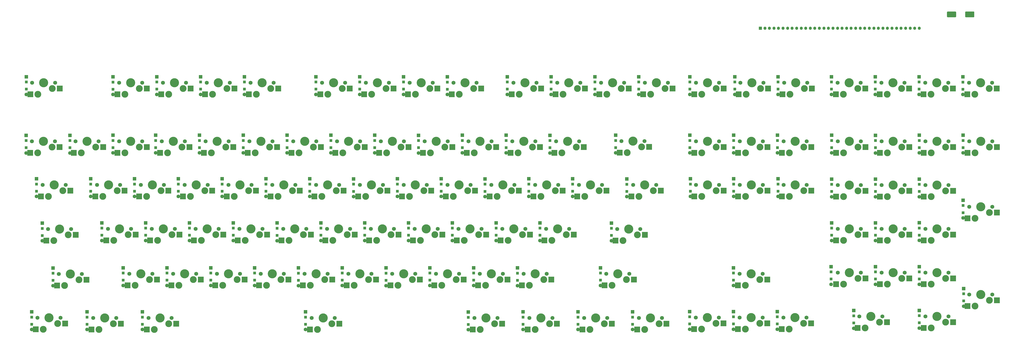
<source format=gbr>
%TF.GenerationSoftware,KiCad,Pcbnew,(5.1.9)-1*%
%TF.CreationDate,2021-06-08T21:52:20+10:00*%
%TF.ProjectId,RedPyKeeb_mainboard,52656450-794b-4656-9562-5f6d61696e62,rev?*%
%TF.SameCoordinates,Original*%
%TF.FileFunction,Soldermask,Bot*%
%TF.FilePolarity,Negative*%
%FSLAX46Y46*%
G04 Gerber Fmt 4.6, Leading zero omitted, Abs format (unit mm)*
G04 Created by KiCad (PCBNEW (5.1.9)-1) date 2021-06-08 21:52:20*
%MOMM*%
%LPD*%
G01*
G04 APERTURE LIST*
%ADD10R,2.550000X2.500000*%
%ADD11C,1.750000*%
%ADD12C,4.000000*%
%ADD13C,3.000000*%
%ADD14O,1.350000X1.350000*%
%ADD15R,1.350000X1.350000*%
%ADD16C,1.600000*%
%ADD17R,1.600000X1.600000*%
%ADD18R,1.200000X1.200000*%
G04 APERTURE END LIST*
D10*
%TO.C,K7\u002C0*%
X186750960Y-60617100D03*
X199677960Y-58077100D03*
D11*
X187512960Y-55537100D03*
X197672960Y-55537100D03*
D12*
X192592960Y-55537100D03*
D13*
X190052960Y-60617100D03*
X196402960Y-58077100D03*
%TD*%
D14*
%TO.C,J1*%
X412036400Y-31445200D03*
X410036400Y-31445200D03*
X408036400Y-31445200D03*
X406036400Y-31445200D03*
X404036400Y-31445200D03*
X402036400Y-31445200D03*
X400036400Y-31445200D03*
X398036400Y-31445200D03*
X396036400Y-31445200D03*
X394036400Y-31445200D03*
X392036400Y-31445200D03*
X390036400Y-31445200D03*
X388036400Y-31445200D03*
X386036400Y-31445200D03*
X384036400Y-31445200D03*
X382036400Y-31445200D03*
X380036400Y-31445200D03*
X378036400Y-31445200D03*
X376036400Y-31445200D03*
X374036400Y-31445200D03*
X372036400Y-31445200D03*
X370036400Y-31445200D03*
X368036400Y-31445200D03*
X366036400Y-31445200D03*
X364036400Y-31445200D03*
X362036400Y-31445200D03*
X360036400Y-31445200D03*
X358036400Y-31445200D03*
X356036400Y-31445200D03*
X354036400Y-31445200D03*
X352036400Y-31445200D03*
X350036400Y-31445200D03*
X348036400Y-31445200D03*
X346036400Y-31445200D03*
X344036400Y-31445200D03*
D15*
X342036400Y-31445200D03*
%TD*%
D10*
%TO.C,K12\u002C3*%
X278206200Y-125082300D03*
X291133200Y-122542300D03*
D11*
X278968200Y-120002300D03*
X289128200Y-120002300D03*
D12*
X284048200Y-120002300D03*
D13*
X281508200Y-125082300D03*
X287858200Y-122542300D03*
%TD*%
D10*
%TO.C,K16\u002C1*%
X351510600Y-86398100D03*
X364437600Y-83858100D03*
D11*
X352272600Y-81318100D03*
X362432600Y-81318100D03*
D12*
X357352600Y-81318100D03*
D13*
X354812600Y-86398100D03*
X361162600Y-83858100D03*
%TD*%
D10*
%TO.C,K14\u002C1*%
X312902600Y-86398100D03*
X325829600Y-83858100D03*
D11*
X313664600Y-81318100D03*
X323824600Y-81318100D03*
D12*
X318744600Y-81318100D03*
D13*
X316204600Y-86398100D03*
X322554600Y-83858100D03*
%TD*%
D10*
%TO.C,K3\u002C2*%
X87579200Y-105638600D03*
X100506200Y-103098600D03*
D11*
X88341200Y-100558600D03*
X98501200Y-100558600D03*
D12*
X93421200Y-100558600D03*
D13*
X90881200Y-105638600D03*
X97231200Y-103098600D03*
%TD*%
D10*
%TO.C,K8\u002C0*%
X206054960Y-60617100D03*
X218981960Y-58077100D03*
D11*
X206816960Y-55537100D03*
X216976960Y-55537100D03*
D12*
X211896960Y-55537100D03*
D13*
X209356960Y-60617100D03*
X215706960Y-58077100D03*
%TD*%
D10*
%TO.C,K0\u002C2*%
X25031700Y-105613200D03*
X37958700Y-103073200D03*
D11*
X25793700Y-100533200D03*
X35953700Y-100533200D03*
D12*
X30873700Y-100533200D03*
D13*
X28333700Y-105613200D03*
X34683700Y-103073200D03*
%TD*%
D10*
%TO.C,K18\u002C4*%
X413994600Y-125006100D03*
X426921600Y-122466100D03*
D11*
X414756600Y-119926100D03*
X424916600Y-119926100D03*
D12*
X419836600Y-119926100D03*
D13*
X417296600Y-125006100D03*
X423646600Y-122466100D03*
%TD*%
D10*
%TO.C,K10\u002C3*%
X227596700Y-125069600D03*
X240523700Y-122529600D03*
D11*
X228358700Y-119989600D03*
X238518700Y-119989600D03*
D12*
X233438700Y-119989600D03*
D13*
X230898700Y-125069600D03*
X237248700Y-122529600D03*
%TD*%
D10*
%TO.C,K13\u002C1*%
X280047700Y-86347300D03*
X292974700Y-83807300D03*
D11*
X280809700Y-81267300D03*
X290969700Y-81267300D03*
D12*
X285889700Y-81267300D03*
D13*
X283349700Y-86347300D03*
X289699700Y-83807300D03*
%TD*%
D10*
%TO.C,K19\u002C4*%
X433298600Y-115290600D03*
X446225600Y-112750600D03*
D11*
X434060600Y-110210600D03*
X444220600Y-110210600D03*
D12*
X439140600Y-110210600D03*
D13*
X436600600Y-115290600D03*
X442950600Y-112750600D03*
%TD*%
D10*
%TO.C,K11\u002C4*%
X273380200Y-144830800D03*
X286307200Y-142290800D03*
D11*
X274142200Y-139750800D03*
X284302200Y-139750800D03*
D12*
X279222200Y-139750800D03*
D13*
X276682200Y-144830800D03*
X283032200Y-142290800D03*
%TD*%
%TO.C,C6*%
G36*
G01*
X432288700Y-26374600D02*
X432288700Y-24374600D01*
G75*
G02*
X432538700Y-24124600I250000J0D01*
G01*
X436038700Y-24124600D01*
G75*
G02*
X436288700Y-24374600I0J-250000D01*
G01*
X436288700Y-26374600D01*
G75*
G02*
X436038700Y-26624600I-250000J0D01*
G01*
X432538700Y-26624600D01*
G75*
G02*
X432288700Y-26374600I0J250000D01*
G01*
G37*
G36*
G01*
X424288700Y-26374600D02*
X424288700Y-24374600D01*
G75*
G02*
X424538700Y-24124600I250000J0D01*
G01*
X428038700Y-24124600D01*
G75*
G02*
X428288700Y-24374600I0J-250000D01*
G01*
X428288700Y-26374600D01*
G75*
G02*
X428038700Y-26624600I-250000J0D01*
G01*
X424538700Y-26624600D01*
G75*
G02*
X424288700Y-26374600I0J250000D01*
G01*
G37*
%TD*%
D16*
%TO.C,D0\u002C3*%
X25603200Y-125235800D03*
D17*
X25603200Y-117435800D03*
D18*
X25603200Y-119760800D03*
X25603200Y-122910800D03*
%TD*%
D16*
%TO.C,D0\u002C5*%
X20967700Y-164351800D03*
D17*
X20967700Y-156551800D03*
D18*
X20967700Y-158876800D03*
X20967700Y-162026800D03*
%TD*%
D16*
%TO.C,D0\u002C4*%
X30365700Y-144984300D03*
D17*
X30365700Y-137184300D03*
D18*
X30365700Y-139509300D03*
X30365700Y-142659300D03*
%TD*%
D16*
%TO.C,D0\u002C0*%
X18618200Y-60656300D03*
D17*
X18618200Y-52856300D03*
D18*
X18618200Y-55181300D03*
X18618200Y-58331300D03*
%TD*%
D16*
%TO.C,D0\u002C2*%
X23063200Y-105677800D03*
D17*
X23063200Y-97877800D03*
D18*
X23063200Y-100202800D03*
X23063200Y-103352800D03*
%TD*%
D16*
%TO.C,D0\u002C1*%
X18554700Y-86500800D03*
D17*
X18554700Y-78700800D03*
D18*
X18554700Y-81025800D03*
X18554700Y-84175800D03*
%TD*%
D16*
%TO.C,D1\u002C3*%
X51892200Y-125108800D03*
D17*
X51892200Y-117308800D03*
D18*
X51892200Y-119633800D03*
X51892200Y-122783800D03*
%TD*%
D16*
%TO.C,D1\u002C0*%
X56766460Y-60707100D03*
D17*
X56766460Y-52907100D03*
D18*
X56766460Y-55232100D03*
X56766460Y-58382100D03*
%TD*%
D16*
%TO.C,D1\u002C4*%
X61290200Y-144920800D03*
D17*
X61290200Y-137120800D03*
D18*
X61290200Y-139445800D03*
X61290200Y-142595800D03*
%TD*%
D16*
%TO.C,D1\u002C5*%
X45351700Y-164351800D03*
D17*
X45351700Y-156551800D03*
D18*
X45351700Y-158876800D03*
X45351700Y-162026800D03*
%TD*%
D16*
%TO.C,D1\u002C1*%
X37858700Y-86500800D03*
D17*
X37858700Y-78700800D03*
D18*
X37858700Y-81025800D03*
X37858700Y-84175800D03*
%TD*%
D16*
%TO.C,D1\u002C2*%
X47002700Y-105677800D03*
D17*
X47002700Y-97877800D03*
D18*
X47002700Y-100202800D03*
X47002700Y-103352800D03*
%TD*%
D16*
%TO.C,D2\u002C4*%
X80594200Y-144920800D03*
D17*
X80594200Y-137120800D03*
D18*
X80594200Y-139445800D03*
X80594200Y-142595800D03*
%TD*%
D16*
%TO.C,D2\u002C5*%
X69735700Y-164351800D03*
D17*
X69735700Y-156551800D03*
D18*
X69735700Y-158876800D03*
X69735700Y-162026800D03*
%TD*%
D16*
%TO.C,D2\u002C0*%
X76070460Y-60656300D03*
D17*
X76070460Y-52856300D03*
D18*
X76070460Y-55181300D03*
X76070460Y-58331300D03*
%TD*%
D16*
%TO.C,D2\u002C2*%
X66306700Y-105677800D03*
D17*
X66306700Y-97877800D03*
D18*
X66306700Y-100202800D03*
X66306700Y-103352800D03*
%TD*%
D16*
%TO.C,D2\u002C1*%
X56781700Y-86437300D03*
D17*
X56781700Y-78637300D03*
D18*
X56781700Y-80962300D03*
X56781700Y-84112300D03*
%TD*%
D16*
%TO.C,D2\u002C3*%
X71196200Y-125108800D03*
D17*
X71196200Y-117308800D03*
D18*
X71196200Y-119633800D03*
X71196200Y-122783800D03*
%TD*%
D16*
%TO.C,D3\u002C0*%
X95374460Y-60656300D03*
D17*
X95374460Y-52856300D03*
D18*
X95374460Y-55181300D03*
X95374460Y-58331300D03*
%TD*%
D16*
%TO.C,D3\u002C1*%
X75577700Y-86437300D03*
D17*
X75577700Y-78637300D03*
D18*
X75577700Y-80962300D03*
X75577700Y-84112300D03*
%TD*%
D16*
%TO.C,D3\u002C4*%
X99898200Y-144920800D03*
D17*
X99898200Y-137120800D03*
D18*
X99898200Y-139445800D03*
X99898200Y-142595800D03*
%TD*%
D16*
%TO.C,D3\u002C2*%
X85610700Y-105677800D03*
D17*
X85610700Y-97877800D03*
D18*
X85610700Y-100202800D03*
X85610700Y-103352800D03*
%TD*%
D16*
%TO.C,D3\u002C5*%
X141617700Y-164351800D03*
D17*
X141617700Y-156551800D03*
D18*
X141617700Y-158876800D03*
X141617700Y-162026800D03*
%TD*%
D16*
%TO.C,D3\u002C3*%
X90500200Y-125108800D03*
D17*
X90500200Y-117308800D03*
D18*
X90500200Y-119633800D03*
X90500200Y-122783800D03*
%TD*%
D16*
%TO.C,D4\u002C4*%
X119202200Y-144920800D03*
D17*
X119202200Y-137120800D03*
D18*
X119202200Y-139445800D03*
X119202200Y-142595800D03*
%TD*%
D16*
%TO.C,D4\u002C3*%
X109804200Y-125108800D03*
D17*
X109804200Y-117308800D03*
D18*
X109804200Y-119633800D03*
X109804200Y-122783800D03*
%TD*%
D16*
%TO.C,D4\u002C1*%
X94881700Y-86437300D03*
D17*
X94881700Y-78637300D03*
D18*
X94881700Y-80962300D03*
X94881700Y-84112300D03*
%TD*%
D16*
%TO.C,D4\u002C0*%
X114678460Y-60656300D03*
D17*
X114678460Y-52856300D03*
D18*
X114678460Y-55181300D03*
X114678460Y-58331300D03*
%TD*%
D16*
%TO.C,D4\u002C2*%
X104914700Y-105677800D03*
D17*
X104914700Y-97877800D03*
D18*
X104914700Y-100202800D03*
X104914700Y-103352800D03*
%TD*%
D16*
%TO.C,D5\u002C0*%
X146174460Y-60656300D03*
D17*
X146174460Y-52856300D03*
D18*
X146174460Y-55181300D03*
X146174460Y-58331300D03*
%TD*%
D16*
%TO.C,D5\u002C2*%
X124218700Y-105677800D03*
D17*
X124218700Y-97877800D03*
D18*
X124218700Y-100202800D03*
X124218700Y-103352800D03*
%TD*%
D16*
%TO.C,D5\u002C1*%
X114185700Y-86437300D03*
D17*
X114185700Y-78637300D03*
D18*
X114185700Y-80962300D03*
X114185700Y-84112300D03*
%TD*%
D16*
%TO.C,D5\u002C3*%
X129108200Y-125159600D03*
D17*
X129108200Y-117359600D03*
D18*
X129108200Y-119684600D03*
X129108200Y-122834600D03*
%TD*%
D16*
%TO.C,D5\u002C4*%
X138506200Y-144971600D03*
D17*
X138506200Y-137171600D03*
D18*
X138506200Y-139496600D03*
X138506200Y-142646600D03*
%TD*%
D16*
%TO.C,D6\u002C0*%
X165478460Y-60656300D03*
D17*
X165478460Y-52856300D03*
D18*
X165478460Y-55181300D03*
X165478460Y-58331300D03*
%TD*%
D16*
%TO.C,D6\u002C3*%
X148412200Y-125108800D03*
D17*
X148412200Y-117308800D03*
D18*
X148412200Y-119633800D03*
X148412200Y-122783800D03*
%TD*%
D16*
%TO.C,D6\u002C4*%
X157810200Y-144920800D03*
D17*
X157810200Y-137120800D03*
D18*
X157810200Y-139445800D03*
X157810200Y-142595800D03*
%TD*%
D16*
%TO.C,D6\u002C1*%
X133489700Y-86437300D03*
D17*
X133489700Y-78637300D03*
D18*
X133489700Y-80962300D03*
X133489700Y-84112300D03*
%TD*%
D16*
%TO.C,D6\u002C2*%
X143522700Y-105677800D03*
D17*
X143522700Y-97877800D03*
D18*
X143522700Y-100202800D03*
X143522700Y-103352800D03*
%TD*%
D16*
%TO.C,D7\u002C4*%
X177114200Y-144971600D03*
D17*
X177114200Y-137171600D03*
D18*
X177114200Y-139496600D03*
X177114200Y-142646600D03*
%TD*%
D16*
%TO.C,D7\u002C2*%
X162826700Y-105728600D03*
D17*
X162826700Y-97928600D03*
D18*
X162826700Y-100253600D03*
X162826700Y-103403600D03*
%TD*%
D16*
%TO.C,D7\u002C1*%
X152793700Y-86437300D03*
D17*
X152793700Y-78637300D03*
D18*
X152793700Y-80962300D03*
X152793700Y-84112300D03*
%TD*%
D16*
%TO.C,D7\u002C0*%
X184782460Y-60656300D03*
D17*
X184782460Y-52856300D03*
D18*
X184782460Y-55181300D03*
X184782460Y-58331300D03*
%TD*%
D16*
%TO.C,D7\u002C3*%
X167716200Y-125108800D03*
D17*
X167716200Y-117308800D03*
D18*
X167716200Y-119633800D03*
X167716200Y-122783800D03*
%TD*%
D16*
%TO.C,D8\u002C0*%
X204086460Y-60707100D03*
D17*
X204086460Y-52907100D03*
D18*
X204086460Y-55232100D03*
X204086460Y-58382100D03*
%TD*%
D16*
%TO.C,D8\u002C3*%
X187020200Y-125108800D03*
D17*
X187020200Y-117308800D03*
D18*
X187020200Y-119633800D03*
X187020200Y-122783800D03*
%TD*%
D16*
%TO.C,D8\u002C1*%
X172097700Y-86437300D03*
D17*
X172097700Y-78637300D03*
D18*
X172097700Y-80962300D03*
X172097700Y-84112300D03*
%TD*%
D16*
%TO.C,D8\u002C2*%
X182130700Y-105677800D03*
D17*
X182130700Y-97877800D03*
D18*
X182130700Y-100202800D03*
X182130700Y-103352800D03*
%TD*%
D16*
%TO.C,D8\u002C5*%
X213372700Y-164415300D03*
D17*
X213372700Y-156615300D03*
D18*
X213372700Y-158940300D03*
X213372700Y-162090300D03*
%TD*%
D16*
%TO.C,D8\u002C4*%
X196418200Y-144920800D03*
D17*
X196418200Y-137120800D03*
D18*
X196418200Y-139445800D03*
X196418200Y-142595800D03*
%TD*%
D16*
%TO.C,D9\u002C2*%
X201434700Y-105677800D03*
D17*
X201434700Y-97877800D03*
D18*
X201434700Y-100202800D03*
X201434700Y-103352800D03*
%TD*%
D16*
%TO.C,D9\u002C1*%
X191401700Y-86488100D03*
D17*
X191401700Y-78688100D03*
D18*
X191401700Y-81013100D03*
X191401700Y-84163100D03*
%TD*%
D16*
%TO.C,D9\u002C3*%
X206324200Y-125108800D03*
D17*
X206324200Y-117308800D03*
D18*
X206324200Y-119633800D03*
X206324200Y-122783800D03*
%TD*%
D16*
%TO.C,D9\u002C4*%
X215722200Y-144920800D03*
D17*
X215722200Y-137120800D03*
D18*
X215722200Y-139445800D03*
X215722200Y-142595800D03*
%TD*%
D16*
%TO.C,D9\u002C5*%
X237502700Y-164351800D03*
D17*
X237502700Y-156551800D03*
D18*
X237502700Y-158876800D03*
X237502700Y-162026800D03*
%TD*%
D16*
%TO.C,D9\u002C0*%
X230502460Y-60656300D03*
D17*
X230502460Y-52856300D03*
D18*
X230502460Y-55181300D03*
X230502460Y-58331300D03*
%TD*%
D16*
%TO.C,D10\u002C4*%
X235026200Y-144971600D03*
D17*
X235026200Y-137171600D03*
D18*
X235026200Y-139496600D03*
X235026200Y-142646600D03*
%TD*%
D16*
%TO.C,D10\u002C5*%
X261696200Y-164351800D03*
D17*
X261696200Y-156551800D03*
D18*
X261696200Y-158876800D03*
X261696200Y-162026800D03*
%TD*%
D16*
%TO.C,D10\u002C1*%
X210705700Y-86437300D03*
D17*
X210705700Y-78637300D03*
D18*
X210705700Y-80962300D03*
X210705700Y-84112300D03*
%TD*%
D16*
%TO.C,D10\u002C0*%
X249806460Y-60656300D03*
D17*
X249806460Y-52856300D03*
D18*
X249806460Y-55181300D03*
X249806460Y-58331300D03*
%TD*%
D16*
%TO.C,D10\u002C2*%
X220738700Y-105728600D03*
D17*
X220738700Y-97928600D03*
D18*
X220738700Y-100253600D03*
X220738700Y-103403600D03*
%TD*%
D16*
%TO.C,D10\u002C3*%
X225628200Y-125108800D03*
D17*
X225628200Y-117308800D03*
D18*
X225628200Y-119633800D03*
X225628200Y-122783800D03*
%TD*%
D16*
%TO.C,D11\u002C0*%
X269110460Y-60656300D03*
D17*
X269110460Y-52856300D03*
D18*
X269110460Y-55181300D03*
X269110460Y-58331300D03*
%TD*%
D16*
%TO.C,D11\u002C1*%
X230009700Y-86437300D03*
D17*
X230009700Y-78637300D03*
D18*
X230009700Y-80962300D03*
X230009700Y-84112300D03*
%TD*%
D16*
%TO.C,D11\u002C3*%
X244932200Y-125108800D03*
D17*
X244932200Y-117308800D03*
D18*
X244932200Y-119633800D03*
X244932200Y-122783800D03*
%TD*%
D16*
%TO.C,D11\u002C2*%
X240042700Y-105677800D03*
D17*
X240042700Y-97877800D03*
D18*
X240042700Y-100202800D03*
X240042700Y-103352800D03*
%TD*%
D16*
%TO.C,D11\u002C4*%
X271602200Y-144920800D03*
D17*
X271602200Y-137120800D03*
D18*
X271602200Y-139445800D03*
X271602200Y-142595800D03*
%TD*%
D16*
%TO.C,D11\u002C5*%
X285762700Y-164351800D03*
D17*
X285762700Y-156551800D03*
D18*
X285762700Y-158876800D03*
X285762700Y-162026800D03*
%TD*%
D16*
%TO.C,D12\u002C3*%
X276428200Y-125172300D03*
D17*
X276428200Y-117372300D03*
D18*
X276428200Y-119697300D03*
X276428200Y-122847300D03*
%TD*%
D16*
%TO.C,D12\u002C2*%
X259346700Y-105677800D03*
D17*
X259346700Y-97877800D03*
D18*
X259346700Y-100202800D03*
X259346700Y-103352800D03*
%TD*%
D16*
%TO.C,D12\u002C1*%
X249313700Y-86488100D03*
D17*
X249313700Y-78688100D03*
D18*
X249313700Y-81013100D03*
X249313700Y-84163100D03*
%TD*%
D16*
%TO.C,D12\u002C0*%
X288414460Y-60656300D03*
D17*
X288414460Y-52856300D03*
D18*
X288414460Y-55181300D03*
X288414460Y-58331300D03*
%TD*%
D16*
%TO.C,D13\u002C2*%
X283159200Y-105741300D03*
D17*
X283159200Y-97941300D03*
D18*
X283159200Y-100266300D03*
X283159200Y-103416300D03*
%TD*%
D16*
%TO.C,D13\u002C1*%
X278269700Y-86437300D03*
D17*
X278269700Y-78637300D03*
D18*
X278269700Y-80962300D03*
X278269700Y-84112300D03*
%TD*%
D16*
%TO.C,D14\u002C1*%
X310934100Y-86437300D03*
D17*
X310934100Y-78637300D03*
D18*
X310934100Y-80962300D03*
X310934100Y-84112300D03*
%TD*%
D16*
%TO.C,D14\u002C3*%
X311188100Y-105677800D03*
D17*
X311188100Y-97877800D03*
D18*
X311188100Y-100202800D03*
X311188100Y-103352800D03*
%TD*%
D16*
%TO.C,D14\u002C0*%
X310984900Y-60656300D03*
D17*
X310984900Y-52856300D03*
D18*
X310984900Y-55181300D03*
X310984900Y-58331300D03*
%TD*%
D16*
%TO.C,D14\u002C6*%
X310870600Y-164224800D03*
D17*
X310870600Y-156424800D03*
D18*
X310870600Y-158749800D03*
X310870600Y-161899800D03*
%TD*%
D16*
%TO.C,D15\u002C0*%
X330796900Y-60656300D03*
D17*
X330796900Y-52856300D03*
D18*
X330796900Y-55181300D03*
X330796900Y-58331300D03*
%TD*%
D16*
%TO.C,D15\u002C1*%
X330238100Y-86437300D03*
D17*
X330238100Y-78637300D03*
D18*
X330238100Y-80962300D03*
X330238100Y-84112300D03*
%TD*%
D16*
%TO.C,D15\u002C3*%
X330238100Y-105677800D03*
D17*
X330238100Y-97877800D03*
D18*
X330238100Y-100202800D03*
X330238100Y-103352800D03*
%TD*%
D16*
%TO.C,D15\u002C5*%
X330174600Y-144920800D03*
D17*
X330174600Y-137120800D03*
D18*
X330174600Y-139445800D03*
X330174600Y-142595800D03*
%TD*%
D16*
%TO.C,D15\u002C6*%
X330174600Y-164224800D03*
D17*
X330174600Y-156424800D03*
D18*
X330174600Y-158749800D03*
X330174600Y-161899800D03*
%TD*%
D16*
%TO.C,D16\u002C6*%
X349478600Y-164224800D03*
D17*
X349478600Y-156424800D03*
D18*
X349478600Y-158749800D03*
X349478600Y-161899800D03*
%TD*%
D16*
%TO.C,D16\u002C0*%
X349846900Y-60656300D03*
D17*
X349846900Y-52856300D03*
D18*
X349846900Y-55181300D03*
X349846900Y-58331300D03*
%TD*%
D16*
%TO.C,D16\u002C1*%
X349542100Y-86437300D03*
D17*
X349542100Y-78637300D03*
D18*
X349542100Y-80962300D03*
X349542100Y-84112300D03*
%TD*%
D16*
%TO.C,D16\u002C5*%
X373164100Y-144412800D03*
D17*
X373164100Y-136612800D03*
D18*
X373164100Y-138937800D03*
X373164100Y-142087800D03*
%TD*%
D16*
%TO.C,D16\u002C3*%
X349796100Y-105677800D03*
D17*
X349796100Y-97877800D03*
D18*
X349796100Y-100202800D03*
X349796100Y-103352800D03*
%TD*%
D16*
%TO.C,D16\u002C4*%
X373418100Y-125108800D03*
D17*
X373418100Y-117308800D03*
D18*
X373418100Y-119633800D03*
X373418100Y-122783800D03*
%TD*%
D16*
%TO.C,D17\u002C3*%
X373418100Y-105804800D03*
D17*
X373418100Y-98004800D03*
D18*
X373418100Y-100329800D03*
X373418100Y-103479800D03*
%TD*%
D16*
%TO.C,D17\u002C1*%
X373418100Y-86437300D03*
D17*
X373418100Y-78637300D03*
D18*
X373418100Y-80962300D03*
X373418100Y-84112300D03*
%TD*%
D16*
%TO.C,D17\u002C6*%
X383197100Y-163767600D03*
D17*
X383197100Y-155967600D03*
D18*
X383197100Y-158292600D03*
X383197100Y-161442600D03*
%TD*%
D16*
%TO.C,D17\u002C4*%
X392722100Y-125108800D03*
D17*
X392722100Y-117308800D03*
D18*
X392722100Y-119633800D03*
X392722100Y-122783800D03*
%TD*%
D16*
%TO.C,D17\u002C0*%
X373354600Y-60656300D03*
D17*
X373354600Y-52856300D03*
D18*
X373354600Y-55181300D03*
X373354600Y-58331300D03*
%TD*%
D16*
%TO.C,D17\u002C5*%
X392722100Y-144412800D03*
D17*
X392722100Y-136612800D03*
D18*
X392722100Y-138937800D03*
X392722100Y-142087800D03*
%TD*%
D16*
%TO.C,D18\u002C1*%
X392722100Y-86488100D03*
D17*
X392722100Y-78688100D03*
D18*
X392722100Y-81013100D03*
X392722100Y-84163100D03*
%TD*%
D16*
%TO.C,D18\u002C6*%
X412026100Y-163716800D03*
D17*
X412026100Y-155916800D03*
D18*
X412026100Y-158241800D03*
X412026100Y-161391800D03*
%TD*%
D16*
%TO.C,D18\u002C3*%
X392722100Y-105804800D03*
D17*
X392722100Y-98004800D03*
D18*
X392722100Y-100329800D03*
X392722100Y-103479800D03*
%TD*%
D16*
%TO.C,D18\u002C0*%
X392658600Y-60656300D03*
D17*
X392658600Y-52856300D03*
D18*
X392658600Y-55181300D03*
X392658600Y-58331300D03*
%TD*%
D16*
%TO.C,D18\u002C5*%
X412026100Y-144412800D03*
D17*
X412026100Y-136612800D03*
D18*
X412026100Y-138937800D03*
X412026100Y-142087800D03*
%TD*%
D16*
%TO.C,D18\u002C4*%
X412026100Y-125045300D03*
D17*
X412026100Y-117245300D03*
D18*
X412026100Y-119570300D03*
X412026100Y-122720300D03*
%TD*%
D16*
%TO.C,D19\u002C4*%
X431330100Y-115126600D03*
D17*
X431330100Y-107326600D03*
D18*
X431330100Y-109651600D03*
X431330100Y-112801600D03*
%TD*%
D16*
%TO.C,D19\u002C0*%
X411962600Y-60656300D03*
D17*
X411962600Y-52856300D03*
D18*
X411962600Y-55181300D03*
X411962600Y-58331300D03*
%TD*%
D16*
%TO.C,D19\u002C3*%
X412026100Y-105804800D03*
D17*
X412026100Y-98004800D03*
D18*
X412026100Y-100329800D03*
X412026100Y-103479800D03*
%TD*%
D16*
%TO.C,D19\u002C1*%
X412026100Y-86437300D03*
D17*
X412026100Y-78637300D03*
D18*
X412026100Y-80962300D03*
X412026100Y-84112300D03*
%TD*%
D16*
%TO.C,D19\u002C6*%
X431584100Y-154064800D03*
D17*
X431584100Y-146264800D03*
D18*
X431584100Y-148589800D03*
X431584100Y-151739800D03*
%TD*%
D16*
%TO.C,D20\u002C1*%
X431330100Y-86437300D03*
D17*
X431330100Y-78637300D03*
D18*
X431330100Y-80962300D03*
X431330100Y-84112300D03*
%TD*%
D16*
%TO.C,D20\u002C0*%
X431266600Y-60707100D03*
D17*
X431266600Y-52907100D03*
D18*
X431266600Y-55232100D03*
X431266600Y-58382100D03*
%TD*%
D10*
%TO.C,K0\u002C0*%
X20396200Y-60566300D03*
X33323200Y-58026300D03*
D11*
X21158200Y-55486300D03*
X31318200Y-55486300D03*
D12*
X26238200Y-55486300D03*
D13*
X23698200Y-60566300D03*
X30048200Y-58026300D03*
%TD*%
D10*
%TO.C,K0\u002C1*%
X20332700Y-86410800D03*
X33259700Y-83870800D03*
D11*
X21094700Y-81330800D03*
X31254700Y-81330800D03*
D12*
X26174700Y-81330800D03*
D13*
X23634700Y-86410800D03*
X29984700Y-83870800D03*
%TD*%
D10*
%TO.C,K0\u002C5*%
X22745700Y-164261800D03*
X35672700Y-161721800D03*
D11*
X23507700Y-159181800D03*
X33667700Y-159181800D03*
D12*
X28587700Y-159181800D03*
D13*
X26047700Y-164261800D03*
X32397700Y-161721800D03*
%TD*%
D10*
%TO.C,K0\u002C4*%
X32143700Y-144894300D03*
X45070700Y-142354300D03*
D11*
X32905700Y-139814300D03*
X43065700Y-139814300D03*
D12*
X37985700Y-139814300D03*
D13*
X35445700Y-144894300D03*
X41795700Y-142354300D03*
%TD*%
D10*
%TO.C,K0\u002C3*%
X27419300Y-125120400D03*
X40346300Y-122580400D03*
D11*
X28181300Y-120040400D03*
X38341300Y-120040400D03*
D12*
X33261300Y-120040400D03*
D13*
X30721300Y-125120400D03*
X37071300Y-122580400D03*
%TD*%
D10*
%TO.C,K1\u002C4*%
X63258700Y-144881600D03*
X76185700Y-142341600D03*
D11*
X64020700Y-139801600D03*
X74180700Y-139801600D03*
D12*
X69100700Y-139801600D03*
D13*
X66560700Y-144881600D03*
X72910700Y-142341600D03*
%TD*%
D10*
%TO.C,K1\u002C5*%
X47320200Y-164312600D03*
X60247200Y-161772600D03*
D11*
X48082200Y-159232600D03*
X58242200Y-159232600D03*
D12*
X53162200Y-159232600D03*
D13*
X50622200Y-164312600D03*
X56972200Y-161772600D03*
%TD*%
D10*
%TO.C,K1\u002C3*%
X53860700Y-125069600D03*
X66787700Y-122529600D03*
D11*
X54622700Y-119989600D03*
X64782700Y-119989600D03*
D12*
X59702700Y-119989600D03*
D13*
X57162700Y-125069600D03*
X63512700Y-122529600D03*
%TD*%
D10*
%TO.C,K1\u002C2*%
X48971200Y-105638600D03*
X61898200Y-103098600D03*
D11*
X49733200Y-100558600D03*
X59893200Y-100558600D03*
D12*
X54813200Y-100558600D03*
D13*
X52273200Y-105638600D03*
X58623200Y-103098600D03*
%TD*%
D10*
%TO.C,K1\u002C1*%
X39547800Y-86410800D03*
X52474800Y-83870800D03*
D11*
X40309800Y-81330800D03*
X50469800Y-81330800D03*
D12*
X45389800Y-81330800D03*
D13*
X42849800Y-86410800D03*
X49199800Y-83870800D03*
%TD*%
D10*
%TO.C,K1\u002C0*%
X58734960Y-60617100D03*
X71661960Y-58077100D03*
D11*
X59496960Y-55537100D03*
X69656960Y-55537100D03*
D12*
X64576960Y-55537100D03*
D13*
X62036960Y-60617100D03*
X68386960Y-58077100D03*
%TD*%
D10*
%TO.C,K2\u002C5*%
X71704200Y-164312600D03*
X84631200Y-161772600D03*
D11*
X72466200Y-159232600D03*
X82626200Y-159232600D03*
D12*
X77546200Y-159232600D03*
D13*
X75006200Y-164312600D03*
X81356200Y-161772600D03*
%TD*%
D10*
%TO.C,K2\u002C3*%
X73164700Y-125069600D03*
X86091700Y-122529600D03*
D11*
X73926700Y-119989600D03*
X84086700Y-119989600D03*
D12*
X79006700Y-119989600D03*
D13*
X76466700Y-125069600D03*
X82816700Y-122529600D03*
%TD*%
D10*
%TO.C,K2\u002C1*%
X58750200Y-86398100D03*
X71677200Y-83858100D03*
D11*
X59512200Y-81318100D03*
X69672200Y-81318100D03*
D12*
X64592200Y-81318100D03*
D13*
X62052200Y-86398100D03*
X68402200Y-83858100D03*
%TD*%
D10*
%TO.C,K2\u002C4*%
X82562700Y-144881600D03*
X95489700Y-142341600D03*
D11*
X83324700Y-139801600D03*
X93484700Y-139801600D03*
D12*
X88404700Y-139801600D03*
D13*
X85864700Y-144881600D03*
X92214700Y-142341600D03*
%TD*%
D10*
%TO.C,K2\u002C2*%
X68275200Y-105638600D03*
X81202200Y-103098600D03*
D11*
X69037200Y-100558600D03*
X79197200Y-100558600D03*
D12*
X74117200Y-100558600D03*
D13*
X71577200Y-105638600D03*
X77927200Y-103098600D03*
%TD*%
D10*
%TO.C,K2\u002C0*%
X78038960Y-60617100D03*
X90965960Y-58077100D03*
D11*
X78800960Y-55537100D03*
X88960960Y-55537100D03*
D12*
X83880960Y-55537100D03*
D13*
X81340960Y-60617100D03*
X87690960Y-58077100D03*
%TD*%
D10*
%TO.C,K3\u002C5*%
X143586200Y-164312600D03*
X156513200Y-161772600D03*
D11*
X144348200Y-159232600D03*
X154508200Y-159232600D03*
D12*
X149428200Y-159232600D03*
D13*
X146888200Y-164312600D03*
X153238200Y-161772600D03*
%TD*%
D10*
%TO.C,K3\u002C4*%
X101866700Y-144881600D03*
X114793700Y-142341600D03*
D11*
X102628700Y-139801600D03*
X112788700Y-139801600D03*
D12*
X107708700Y-139801600D03*
D13*
X105168700Y-144881600D03*
X111518700Y-142341600D03*
%TD*%
D10*
%TO.C,K3\u002C1*%
X77546200Y-86398100D03*
X90473200Y-83858100D03*
D11*
X78308200Y-81318100D03*
X88468200Y-81318100D03*
D12*
X83388200Y-81318100D03*
D13*
X80848200Y-86398100D03*
X87198200Y-83858100D03*
%TD*%
D10*
%TO.C,K3\u002C0*%
X97342960Y-60617100D03*
X110269960Y-58077100D03*
D11*
X98104960Y-55537100D03*
X108264960Y-55537100D03*
D12*
X103184960Y-55537100D03*
D13*
X100644960Y-60617100D03*
X106994960Y-58077100D03*
%TD*%
D10*
%TO.C,K3\u002C3*%
X92468700Y-125069600D03*
X105395700Y-122529600D03*
D11*
X93230700Y-119989600D03*
X103390700Y-119989600D03*
D12*
X98310700Y-119989600D03*
D13*
X95770700Y-125069600D03*
X102120700Y-122529600D03*
%TD*%
D10*
%TO.C,K4\u002C1*%
X96850200Y-86398100D03*
X109777200Y-83858100D03*
D11*
X97612200Y-81318100D03*
X107772200Y-81318100D03*
D12*
X102692200Y-81318100D03*
D13*
X100152200Y-86398100D03*
X106502200Y-83858100D03*
%TD*%
D10*
%TO.C,K4\u002C2*%
X106883200Y-105638600D03*
X119810200Y-103098600D03*
D11*
X107645200Y-100558600D03*
X117805200Y-100558600D03*
D12*
X112725200Y-100558600D03*
D13*
X110185200Y-105638600D03*
X116535200Y-103098600D03*
%TD*%
D10*
%TO.C,K4\u002C3*%
X111772700Y-125069600D03*
X124699700Y-122529600D03*
D11*
X112534700Y-119989600D03*
X122694700Y-119989600D03*
D12*
X117614700Y-119989600D03*
D13*
X115074700Y-125069600D03*
X121424700Y-122529600D03*
%TD*%
D10*
%TO.C,K4\u002C4*%
X121170700Y-144881600D03*
X134097700Y-142341600D03*
D11*
X121932700Y-139801600D03*
X132092700Y-139801600D03*
D12*
X127012700Y-139801600D03*
D13*
X124472700Y-144881600D03*
X130822700Y-142341600D03*
%TD*%
D10*
%TO.C,K4\u002C0*%
X116646960Y-60617100D03*
X129573960Y-58077100D03*
D11*
X117408960Y-55537100D03*
X127568960Y-55537100D03*
D12*
X122488960Y-55537100D03*
D13*
X119948960Y-60617100D03*
X126298960Y-58077100D03*
%TD*%
D10*
%TO.C,K5\u002C0*%
X148142960Y-60617100D03*
X161069960Y-58077100D03*
D11*
X148904960Y-55537100D03*
X159064960Y-55537100D03*
D12*
X153984960Y-55537100D03*
D13*
X151444960Y-60617100D03*
X157794960Y-58077100D03*
%TD*%
D10*
%TO.C,K5\u002C2*%
X126187200Y-105638600D03*
X139114200Y-103098600D03*
D11*
X126949200Y-100558600D03*
X137109200Y-100558600D03*
D12*
X132029200Y-100558600D03*
D13*
X129489200Y-105638600D03*
X135839200Y-103098600D03*
%TD*%
D10*
%TO.C,K5\u002C1*%
X116154200Y-86398100D03*
X129081200Y-83858100D03*
D11*
X116916200Y-81318100D03*
X127076200Y-81318100D03*
D12*
X121996200Y-81318100D03*
D13*
X119456200Y-86398100D03*
X125806200Y-83858100D03*
%TD*%
D10*
%TO.C,K5\u002C3*%
X131076700Y-125069600D03*
X144003700Y-122529600D03*
D11*
X131838700Y-119989600D03*
X141998700Y-119989600D03*
D12*
X136918700Y-119989600D03*
D13*
X134378700Y-125069600D03*
X140728700Y-122529600D03*
%TD*%
D10*
%TO.C,K5\u002C4*%
X140474700Y-144881600D03*
X153401700Y-142341600D03*
D11*
X141236700Y-139801600D03*
X151396700Y-139801600D03*
D12*
X146316700Y-139801600D03*
D13*
X143776700Y-144881600D03*
X150126700Y-142341600D03*
%TD*%
D10*
%TO.C,K6\u002C3*%
X150380700Y-125069600D03*
X163307700Y-122529600D03*
D11*
X151142700Y-119989600D03*
X161302700Y-119989600D03*
D12*
X156222700Y-119989600D03*
D13*
X153682700Y-125069600D03*
X160032700Y-122529600D03*
%TD*%
D10*
%TO.C,K6\u002C4*%
X159778700Y-144881600D03*
X172705700Y-142341600D03*
D11*
X160540700Y-139801600D03*
X170700700Y-139801600D03*
D12*
X165620700Y-139801600D03*
D13*
X163080700Y-144881600D03*
X169430700Y-142341600D03*
%TD*%
D10*
%TO.C,K6\u002C1*%
X135458200Y-86398100D03*
X148385200Y-83858100D03*
D11*
X136220200Y-81318100D03*
X146380200Y-81318100D03*
D12*
X141300200Y-81318100D03*
D13*
X138760200Y-86398100D03*
X145110200Y-83858100D03*
%TD*%
D10*
%TO.C,K6\u002C2*%
X145491200Y-105638600D03*
X158418200Y-103098600D03*
D11*
X146253200Y-100558600D03*
X156413200Y-100558600D03*
D12*
X151333200Y-100558600D03*
D13*
X148793200Y-105638600D03*
X155143200Y-103098600D03*
%TD*%
D10*
%TO.C,K6\u002C0*%
X167446960Y-60617100D03*
X180373960Y-58077100D03*
D11*
X168208960Y-55537100D03*
X178368960Y-55537100D03*
D12*
X173288960Y-55537100D03*
D13*
X170748960Y-60617100D03*
X177098960Y-58077100D03*
%TD*%
D10*
%TO.C,K7\u002C2*%
X164795200Y-105638600D03*
X177722200Y-103098600D03*
D11*
X165557200Y-100558600D03*
X175717200Y-100558600D03*
D12*
X170637200Y-100558600D03*
D13*
X168097200Y-105638600D03*
X174447200Y-103098600D03*
%TD*%
D10*
%TO.C,K7\u002C1*%
X154762200Y-86398100D03*
X167689200Y-83858100D03*
D11*
X155524200Y-81318100D03*
X165684200Y-81318100D03*
D12*
X160604200Y-81318100D03*
D13*
X158064200Y-86398100D03*
X164414200Y-83858100D03*
%TD*%
D10*
%TO.C,K7\u002C3*%
X169684700Y-125069600D03*
X182611700Y-122529600D03*
D11*
X170446700Y-119989600D03*
X180606700Y-119989600D03*
D12*
X175526700Y-119989600D03*
D13*
X172986700Y-125069600D03*
X179336700Y-122529600D03*
%TD*%
D10*
%TO.C,K7\u002C4*%
X179082700Y-144881600D03*
X192009700Y-142341600D03*
D11*
X179844700Y-139801600D03*
X190004700Y-139801600D03*
D12*
X184924700Y-139801600D03*
D13*
X182384700Y-144881600D03*
X188734700Y-142341600D03*
%TD*%
D10*
%TO.C,K8\u002C1*%
X174066200Y-86398100D03*
X186993200Y-83858100D03*
D11*
X174828200Y-81318100D03*
X184988200Y-81318100D03*
D12*
X179908200Y-81318100D03*
D13*
X177368200Y-86398100D03*
X183718200Y-83858100D03*
%TD*%
D10*
%TO.C,K8\u002C3*%
X188988700Y-125069600D03*
X201915700Y-122529600D03*
D11*
X189750700Y-119989600D03*
X199910700Y-119989600D03*
D12*
X194830700Y-119989600D03*
D13*
X192290700Y-125069600D03*
X198640700Y-122529600D03*
%TD*%
D10*
%TO.C,K8\u002C4*%
X198386700Y-144881600D03*
X211313700Y-142341600D03*
D11*
X199148700Y-139801600D03*
X209308700Y-139801600D03*
D12*
X204228700Y-139801600D03*
D13*
X201688700Y-144881600D03*
X208038700Y-142341600D03*
%TD*%
D10*
%TO.C,K8\u002C5*%
X215315800Y-164312600D03*
X228242800Y-161772600D03*
D11*
X216077800Y-159232600D03*
X226237800Y-159232600D03*
D12*
X221157800Y-159232600D03*
D13*
X218617800Y-164312600D03*
X224967800Y-161772600D03*
%TD*%
D10*
%TO.C,K8\u002C2*%
X184099200Y-105638600D03*
X197026200Y-103098600D03*
D11*
X184861200Y-100558600D03*
X195021200Y-100558600D03*
D12*
X189941200Y-100558600D03*
D13*
X187401200Y-105638600D03*
X193751200Y-103098600D03*
%TD*%
D10*
%TO.C,K9\u002C0*%
X232470960Y-60617100D03*
X245397960Y-58077100D03*
D11*
X233232960Y-55537100D03*
X243392960Y-55537100D03*
D12*
X238312960Y-55537100D03*
D13*
X235772960Y-60617100D03*
X242122960Y-58077100D03*
%TD*%
D10*
%TO.C,K9\u002C5*%
X239471200Y-164312600D03*
X252398200Y-161772600D03*
D11*
X240233200Y-159232600D03*
X250393200Y-159232600D03*
D12*
X245313200Y-159232600D03*
D13*
X242773200Y-164312600D03*
X249123200Y-161772600D03*
%TD*%
D10*
%TO.C,K9\u002C1*%
X193370200Y-86398100D03*
X206297200Y-83858100D03*
D11*
X194132200Y-81318100D03*
X204292200Y-81318100D03*
D12*
X199212200Y-81318100D03*
D13*
X196672200Y-86398100D03*
X203022200Y-83858100D03*
%TD*%
D10*
%TO.C,K9\u002C2*%
X203403200Y-105638600D03*
X216330200Y-103098600D03*
D11*
X204165200Y-100558600D03*
X214325200Y-100558600D03*
D12*
X209245200Y-100558600D03*
D13*
X206705200Y-105638600D03*
X213055200Y-103098600D03*
%TD*%
D10*
%TO.C,K9\u002C4*%
X217690700Y-144881600D03*
X230617700Y-142341600D03*
D11*
X218452700Y-139801600D03*
X228612700Y-139801600D03*
D12*
X223532700Y-139801600D03*
D13*
X220992700Y-144881600D03*
X227342700Y-142341600D03*
%TD*%
D10*
%TO.C,K9\u002C3*%
X208292700Y-125069600D03*
X221219700Y-122529600D03*
D11*
X209054700Y-119989600D03*
X219214700Y-119989600D03*
D12*
X214134700Y-119989600D03*
D13*
X211594700Y-125069600D03*
X217944700Y-122529600D03*
%TD*%
D10*
%TO.C,K10\u002C2*%
X222707200Y-105638600D03*
X235634200Y-103098600D03*
D11*
X223469200Y-100558600D03*
X233629200Y-100558600D03*
D12*
X228549200Y-100558600D03*
D13*
X226009200Y-105638600D03*
X232359200Y-103098600D03*
%TD*%
D10*
%TO.C,K10\u002C0*%
X251774960Y-60617100D03*
X264701960Y-58077100D03*
D11*
X252536960Y-55537100D03*
X262696960Y-55537100D03*
D12*
X257616960Y-55537100D03*
D13*
X255076960Y-60617100D03*
X261426960Y-58077100D03*
%TD*%
D10*
%TO.C,K10\u002C5*%
X263664700Y-164312600D03*
X276591700Y-161772600D03*
D11*
X264426700Y-159232600D03*
X274586700Y-159232600D03*
D12*
X269506700Y-159232600D03*
D13*
X266966700Y-164312600D03*
X273316700Y-161772600D03*
%TD*%
D10*
%TO.C,K10\u002C1*%
X212674200Y-86398100D03*
X225601200Y-83858100D03*
D11*
X213436200Y-81318100D03*
X223596200Y-81318100D03*
D12*
X218516200Y-81318100D03*
D13*
X215976200Y-86398100D03*
X222326200Y-83858100D03*
%TD*%
D10*
%TO.C,K10\u002C4*%
X236994700Y-144881600D03*
X249921700Y-142341600D03*
D11*
X237756700Y-139801600D03*
X247916700Y-139801600D03*
D12*
X242836700Y-139801600D03*
D13*
X240296700Y-144881600D03*
X246646700Y-142341600D03*
%TD*%
D10*
%TO.C,K11\u002C3*%
X246900700Y-125069600D03*
X259827700Y-122529600D03*
D11*
X247662700Y-119989600D03*
X257822700Y-119989600D03*
D12*
X252742700Y-119989600D03*
D13*
X250202700Y-125069600D03*
X256552700Y-122529600D03*
%TD*%
D10*
%TO.C,K11\u002C2*%
X242011200Y-105638600D03*
X254938200Y-103098600D03*
D11*
X242773200Y-100558600D03*
X252933200Y-100558600D03*
D12*
X247853200Y-100558600D03*
D13*
X245313200Y-105638600D03*
X251663200Y-103098600D03*
%TD*%
D10*
%TO.C,K11\u002C5*%
X287731200Y-164312600D03*
X300658200Y-161772600D03*
D11*
X288493200Y-159232600D03*
X298653200Y-159232600D03*
D12*
X293573200Y-159232600D03*
D13*
X291033200Y-164312600D03*
X297383200Y-161772600D03*
%TD*%
D10*
%TO.C,K11\u002C1*%
X231978200Y-86398100D03*
X244905200Y-83858100D03*
D11*
X232740200Y-81318100D03*
X242900200Y-81318100D03*
D12*
X237820200Y-81318100D03*
D13*
X235280200Y-86398100D03*
X241630200Y-83858100D03*
%TD*%
D10*
%TO.C,K11\u002C0*%
X271078960Y-60617100D03*
X284005960Y-58077100D03*
D11*
X271840960Y-55537100D03*
X282000960Y-55537100D03*
D12*
X276920960Y-55537100D03*
D13*
X274380960Y-60617100D03*
X280730960Y-58077100D03*
%TD*%
D10*
%TO.C,K12\u002C2*%
X261315200Y-105638600D03*
X274242200Y-103098600D03*
D11*
X262077200Y-100558600D03*
X272237200Y-100558600D03*
D12*
X267157200Y-100558600D03*
D13*
X264617200Y-105638600D03*
X270967200Y-103098600D03*
%TD*%
D10*
%TO.C,K12\u002C0*%
X290382960Y-60617100D03*
X303309960Y-58077100D03*
D11*
X291144960Y-55537100D03*
X301304960Y-55537100D03*
D12*
X296224960Y-55537100D03*
D13*
X293684960Y-60617100D03*
X300034960Y-58077100D03*
%TD*%
D10*
%TO.C,K12\u002C1*%
X251282200Y-86398100D03*
X264209200Y-83858100D03*
D11*
X252044200Y-81318100D03*
X262204200Y-81318100D03*
D12*
X257124200Y-81318100D03*
D13*
X254584200Y-86398100D03*
X260934200Y-83858100D03*
%TD*%
D10*
%TO.C,K13\u002C2*%
X285254700Y-105651300D03*
X298181700Y-103111300D03*
D11*
X286016700Y-100571300D03*
X296176700Y-100571300D03*
D12*
X291096700Y-100571300D03*
D13*
X288556700Y-105651300D03*
X294906700Y-103111300D03*
%TD*%
D10*
%TO.C,K14\u002C6*%
X312839100Y-164185600D03*
X325766100Y-161645600D03*
D11*
X313601100Y-159105600D03*
X323761100Y-159105600D03*
D12*
X318681100Y-159105600D03*
D13*
X316141100Y-164185600D03*
X322491100Y-161645600D03*
%TD*%
D10*
%TO.C,K14\u002C3*%
X312902600Y-105638600D03*
X325829600Y-103098600D03*
D11*
X313664600Y-100558600D03*
X323824600Y-100558600D03*
D12*
X318744600Y-100558600D03*
D13*
X316204600Y-105638600D03*
X322554600Y-103098600D03*
%TD*%
D10*
%TO.C,K14\u002C0*%
X312953400Y-60617100D03*
X325880400Y-58077100D03*
D11*
X313715400Y-55537100D03*
X323875400Y-55537100D03*
D12*
X318795400Y-55537100D03*
D13*
X316255400Y-60617100D03*
X322605400Y-58077100D03*
%TD*%
D10*
%TO.C,K15\u002C6*%
X332143100Y-164185600D03*
X345070100Y-161645600D03*
D11*
X332905100Y-159105600D03*
X343065100Y-159105600D03*
D12*
X337985100Y-159105600D03*
D13*
X335445100Y-164185600D03*
X341795100Y-161645600D03*
%TD*%
D10*
%TO.C,K15\u002C3*%
X332206600Y-105638600D03*
X345133600Y-103098600D03*
D11*
X332968600Y-100558600D03*
X343128600Y-100558600D03*
D12*
X338048600Y-100558600D03*
D13*
X335508600Y-105638600D03*
X341858600Y-103098600D03*
%TD*%
D10*
%TO.C,K15\u002C5*%
X332143100Y-144881600D03*
X345070100Y-142341600D03*
D11*
X332905100Y-139801600D03*
X343065100Y-139801600D03*
D12*
X337985100Y-139801600D03*
D13*
X335445100Y-144881600D03*
X341795100Y-142341600D03*
%TD*%
D10*
%TO.C,K15\u002C1*%
X332206600Y-86398100D03*
X345133600Y-83858100D03*
D11*
X332968600Y-81318100D03*
X343128600Y-81318100D03*
D12*
X338048600Y-81318100D03*
D13*
X335508600Y-86398100D03*
X341858600Y-83858100D03*
%TD*%
D10*
%TO.C,K15\u002C0*%
X332511400Y-60617100D03*
X345438400Y-58077100D03*
D11*
X333273400Y-55537100D03*
X343433400Y-55537100D03*
D12*
X338353400Y-55537100D03*
D13*
X335813400Y-60617100D03*
X342163400Y-58077100D03*
%TD*%
D10*
%TO.C,K16\u002C4*%
X375386600Y-125069600D03*
X388313600Y-122529600D03*
D11*
X376148600Y-119989600D03*
X386308600Y-119989600D03*
D12*
X381228600Y-119989600D03*
D13*
X378688600Y-125069600D03*
X385038600Y-122529600D03*
%TD*%
D10*
%TO.C,K16\u002C5*%
X375386600Y-144373600D03*
X388313600Y-141833600D03*
D11*
X376148600Y-139293600D03*
X386308600Y-139293600D03*
D12*
X381228600Y-139293600D03*
D13*
X378688600Y-144373600D03*
X385038600Y-141833600D03*
%TD*%
D10*
%TO.C,K16\u002C3*%
X351510600Y-105638600D03*
X364437600Y-103098600D03*
D11*
X352272600Y-100558600D03*
X362432600Y-100558600D03*
D12*
X357352600Y-100558600D03*
D13*
X354812600Y-105638600D03*
X361162600Y-103098600D03*
%TD*%
D10*
%TO.C,K16\u002C0*%
X351815400Y-60617100D03*
X364742400Y-58077100D03*
D11*
X352577400Y-55537100D03*
X362737400Y-55537100D03*
D12*
X357657400Y-55537100D03*
D13*
X355117400Y-60617100D03*
X361467400Y-58077100D03*
%TD*%
D10*
%TO.C,K16\u002C6*%
X351447100Y-164185600D03*
X364374100Y-161645600D03*
D11*
X352209100Y-159105600D03*
X362369100Y-159105600D03*
D12*
X357289100Y-159105600D03*
D13*
X354749100Y-164185600D03*
X361099100Y-161645600D03*
%TD*%
D10*
%TO.C,K17\u002C6*%
X384911600Y-163677600D03*
X397838600Y-161137600D03*
D11*
X385673600Y-158597600D03*
X395833600Y-158597600D03*
D12*
X390753600Y-158597600D03*
D13*
X388213600Y-163677600D03*
X394563600Y-161137600D03*
%TD*%
D10*
%TO.C,K17\u002C5*%
X394690600Y-144373600D03*
X407617600Y-141833600D03*
D11*
X395452600Y-139293600D03*
X405612600Y-139293600D03*
D12*
X400532600Y-139293600D03*
D13*
X397992600Y-144373600D03*
X404342600Y-141833600D03*
%TD*%
D10*
%TO.C,K17\u002C4*%
X394690600Y-125069600D03*
X407617600Y-122529600D03*
D11*
X395452600Y-119989600D03*
X405612600Y-119989600D03*
D12*
X400532600Y-119989600D03*
D13*
X397992600Y-125069600D03*
X404342600Y-122529600D03*
%TD*%
D10*
%TO.C,K17\u002C3*%
X375386600Y-105765600D03*
X388313600Y-103225600D03*
D11*
X376148600Y-100685600D03*
X386308600Y-100685600D03*
D12*
X381228600Y-100685600D03*
D13*
X378688600Y-105765600D03*
X385038600Y-103225600D03*
%TD*%
D10*
%TO.C,K17\u002C1*%
X375386600Y-86398100D03*
X388313600Y-83858100D03*
D11*
X376148600Y-81318100D03*
X386308600Y-81318100D03*
D12*
X381228600Y-81318100D03*
D13*
X378688600Y-86398100D03*
X385038600Y-83858100D03*
%TD*%
D10*
%TO.C,K17\u002C0*%
X375323100Y-60617100D03*
X388250100Y-58077100D03*
D11*
X376085100Y-55537100D03*
X386245100Y-55537100D03*
D12*
X381165100Y-55537100D03*
D13*
X378625100Y-60617100D03*
X384975100Y-58077100D03*
%TD*%
D10*
%TO.C,K18\u002C6*%
X413994600Y-163677600D03*
X426921600Y-161137600D03*
D11*
X414756600Y-158597600D03*
X424916600Y-158597600D03*
D12*
X419836600Y-158597600D03*
D13*
X417296600Y-163677600D03*
X423646600Y-161137600D03*
%TD*%
D10*
%TO.C,K18\u002C3*%
X394690600Y-105765600D03*
X407617600Y-103225600D03*
D11*
X395452600Y-100685600D03*
X405612600Y-100685600D03*
D12*
X400532600Y-100685600D03*
D13*
X397992600Y-105765600D03*
X404342600Y-103225600D03*
%TD*%
D10*
%TO.C,K18\u002C1*%
X394690600Y-86398100D03*
X407617600Y-83858100D03*
D11*
X395452600Y-81318100D03*
X405612600Y-81318100D03*
D12*
X400532600Y-81318100D03*
D13*
X397992600Y-86398100D03*
X404342600Y-83858100D03*
%TD*%
D10*
%TO.C,K18\u002C5*%
X413994600Y-144373600D03*
X426921600Y-141833600D03*
D11*
X414756600Y-139293600D03*
X424916600Y-139293600D03*
D12*
X419836600Y-139293600D03*
D13*
X417296600Y-144373600D03*
X423646600Y-141833600D03*
%TD*%
D10*
%TO.C,K18\u002C0*%
X394627100Y-60617100D03*
X407554100Y-58077100D03*
D11*
X395389100Y-55537100D03*
X405549100Y-55537100D03*
D12*
X400469100Y-55537100D03*
D13*
X397929100Y-60617100D03*
X404279100Y-58077100D03*
%TD*%
D10*
%TO.C,K19\u002C6*%
X433298600Y-154025600D03*
X446225600Y-151485600D03*
D11*
X434060600Y-148945600D03*
X444220600Y-148945600D03*
D12*
X439140600Y-148945600D03*
D13*
X436600600Y-154025600D03*
X442950600Y-151485600D03*
%TD*%
D10*
%TO.C,K19\u002C0*%
X413931100Y-60617100D03*
X426858100Y-58077100D03*
D11*
X414693100Y-55537100D03*
X424853100Y-55537100D03*
D12*
X419773100Y-55537100D03*
D13*
X417233100Y-60617100D03*
X423583100Y-58077100D03*
%TD*%
D10*
%TO.C,K19\u002C3*%
X413994600Y-105765600D03*
X426921600Y-103225600D03*
D11*
X414756600Y-100685600D03*
X424916600Y-100685600D03*
D12*
X419836600Y-100685600D03*
D13*
X417296600Y-105765600D03*
X423646600Y-103225600D03*
%TD*%
D10*
%TO.C,K19\u002C1*%
X413994600Y-86398100D03*
X426921600Y-83858100D03*
D11*
X414756600Y-81318100D03*
X424916600Y-81318100D03*
D12*
X419836600Y-81318100D03*
D13*
X417296600Y-86398100D03*
X423646600Y-83858100D03*
%TD*%
D10*
%TO.C,K20\u002C0*%
X433235100Y-60617100D03*
X446162100Y-58077100D03*
D11*
X433997100Y-55537100D03*
X444157100Y-55537100D03*
D12*
X439077100Y-55537100D03*
D13*
X436537100Y-60617100D03*
X442887100Y-58077100D03*
%TD*%
D10*
%TO.C,K20\u002C1*%
X433298600Y-86398100D03*
X446225600Y-83858100D03*
D11*
X434060600Y-81318100D03*
X444220600Y-81318100D03*
D12*
X439140600Y-81318100D03*
D13*
X436600600Y-86398100D03*
X442950600Y-83858100D03*
%TD*%
M02*

</source>
